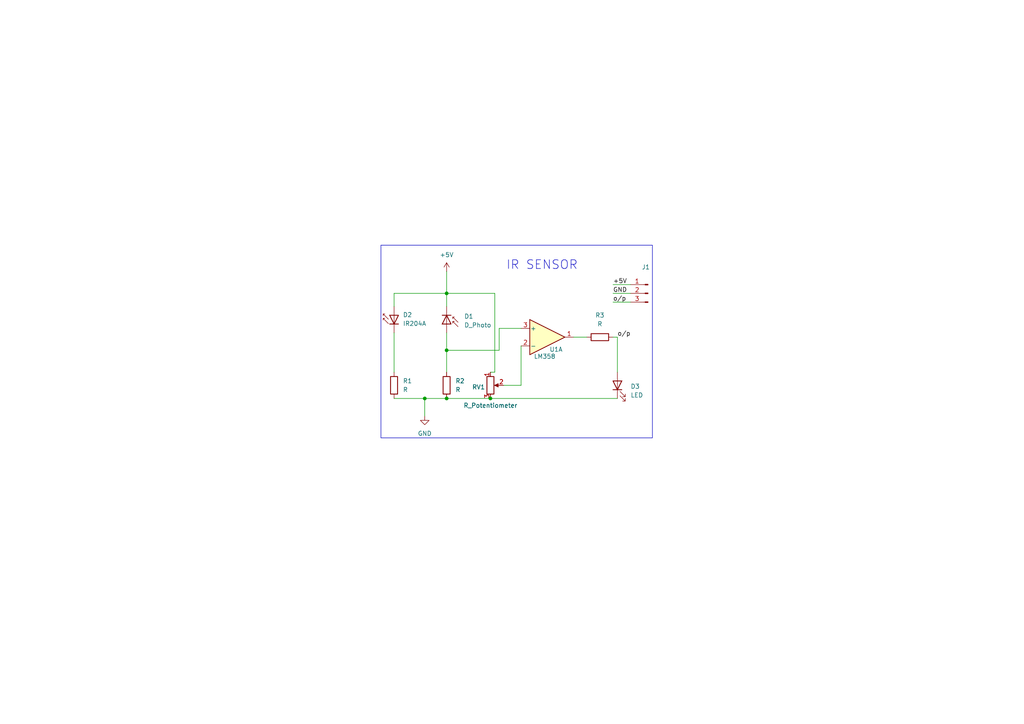
<source format=kicad_sch>
(kicad_sch (version 20231120) (generator "eeschema") (generator_version "8.0")
  (paper "A4")
  (lib_symbols
    (symbol "Amplifier_Operational:LM358" (pin_names (offset 0.127))
      (property "Reference" "U" (at 0 5.08 0))
      (property "Value" "LM358" (at 0 -5.08 0))
      (symbol "LM358_1_1"
        (polyline (pts (xy -5.08 5.08) (xy 5.08 0) (xy -5.08 -5.08) (xy -5.08 5.08)) (stroke (width 0.254)) (fill (type background)))
        (pin output line (at 7.62 0 180) (length 2.54) (name "~") (number "1"))
        (pin input line (at -7.62 -2.54 0) (length 2.54) (name "-") (number "2"))
        (pin input line (at -7.62 2.54 0) (length 2.54) (name "+") (number "3"))
      )
      (symbol "LM358_2_1"
        (polyline (pts (xy -5.08 5.08) (xy 5.08 0) (xy -5.08 -5.08) (xy -5.08 5.08)) (stroke (width 0.254)) (fill (type background)))
        (pin input line (at -7.62 2.54 0) (length 2.54) (name "+") (number "5"))
        (pin input line (at -7.62 -2.54 0) (length 2.54) (name "-") (number "6"))
        (pin output line (at 7.62 0 180) (length 2.54) (name "~") (number "7"))
      )
      (symbol "LM358_3_1"
        (pin power_in line (at -2.54 -7.62 90) (length 3.81) (name "V-") (number "4"))
        (pin power_in line (at -2.54 7.62 270) (length 3.81) (name "V+") (number "8"))
      )
    )
    (symbol "Connector:Conn_01x03_Pin" (pin_names (offset 1.016) hide)
      (property "Reference" "J" (at 0 5.08 0))
      (property "Value" "Conn_01x03_Pin" (at 0 -5.08 0))
      (symbol "Conn_01x03_Pin_1_1"
        (polyline (pts (xy 1.27 -2.54) (xy 0.8636 -2.54)) (stroke (width 0.1524)))
        (polyline (pts (xy 1.27 0) (xy 0.8636 0)) (stroke (width 0.1524)))
        (polyline (pts (xy 1.27 2.54) (xy 0.8636 2.54)) (stroke (width 0.1524)))
        (rectangle (start 0.8636 -2.413) (end 0 -2.667) (stroke (width 0.1524)) (fill (type outline)))
        (rectangle (start 0.8636 0.127) (end 0 -0.127) (stroke (width 0.1524)) (fill (type outline)))
        (rectangle (start 0.8636 2.667) (end 0 2.413) (stroke (width 0.1524)) (fill (type outline)))
        (pin passive line (at 5.08 2.54 180) (length 3.81) (name "Pin_1") (number "1"))
        (pin passive line (at 5.08 0 180) (length 3.81) (name "Pin_2") (number "2"))
        (pin passive line (at 5.08 -2.54 180) (length 3.81) (name "Pin_3") (number "3"))
      )
    )
    (symbol "Device:D_Photo" (pin_numbers hide) (pin_names hide)
      (property "Reference" "D" (at 0.508 1.778 0))
      (property "Value" "D_Photo" (at -1.016 -2.794 0))
      (symbol "D_Photo_0_1"
        (polyline (pts (xy -2.54 1.27) (xy -2.54 -1.27)) (stroke (width 0.254)))
        (polyline (pts (xy -2.032 1.778) (xy -1.524 1.778)))
        (polyline (pts (xy 0 0) (xy -2.54 0)))
        (polyline (pts (xy -0.508 3.302) (xy -2.032 1.778) (xy -2.032 2.286)))
        (polyline (pts (xy 0 -1.27) (xy 0 1.27) (xy -2.54 0) (xy 0 -1.27)) (stroke (width 0.254)))
        (polyline (pts (xy 0.762 3.302) (xy -0.762 1.778) (xy -0.762 2.286) (xy -0.762 1.778) (xy -0.254 1.778)))
      )
      (symbol "D_Photo_1_1"
        (pin passive line (at -5.08 0 0) (length 2.54) (name "K") (number "1"))
        (pin passive line (at 2.54 0 180) (length 2.54) (name "A") (number "2"))
      )
    )
    (symbol "Device:LED" (pin_numbers hide) (pin_names (offset 1.016) hide)
      (property "Reference" "D" (at 0 2.54 0))
      (property "Value" "LED" (at 0 -2.54 0))
      (symbol "LED_0_1"
        (polyline (pts (xy -1.27 -1.27) (xy -1.27 1.27)) (stroke (width 0.254)))
        (polyline (pts (xy -1.27 0) (xy 1.27 0)))
        (polyline (pts (xy 1.27 -1.27) (xy 1.27 1.27) (xy -1.27 0) (xy 1.27 -1.27)) (stroke (width 0.254)))
        (polyline (pts (xy -3.048 -0.762) (xy -4.572 -2.286) (xy -3.81 -2.286) (xy -4.572 -2.286) (xy -4.572 -1.524)))
        (polyline (pts (xy -1.778 -0.762) (xy -3.302 -2.286) (xy -2.54 -2.286) (xy -3.302 -2.286) (xy -3.302 -1.524)))
      )
      (symbol "LED_1_1"
        (pin passive line (at -3.81 0 0) (length 2.54) (name "K") (number "1"))
        (pin passive line (at 3.81 0 180) (length 2.54) (name "A") (number "2"))
      )
    )
    (symbol "Device:R" (pin_numbers hide) (pin_names (offset 0))
      (property "Reference" "R" (at 2.032 0 90))
      (property "Value" "R" (at 0 0 90))
      (symbol "R_0_1"
        (rectangle (start -1.016 -2.54) (end 1.016 2.54) (stroke (width 0.254)))
      )
      (symbol "R_1_1"
        (pin passive line (at 0 3.81 270) (length 1.27) (name "~") (number "1"))
        (pin passive line (at 0 -3.81 90) (length 1.27) (name "~") (number "2"))
      )
    )
    (symbol "Device:R_Potentiometer" (pin_names (offset 1.016) hide)
      (property "Reference" "RV" (at -4.445 0 90))
      (property "Value" "R_Potentiometer" (at -2.54 0 90))
      (symbol "R_Potentiometer_0_1"
        (polyline (pts (xy 2.54 0) (xy 1.524 0)))
        (polyline (pts (xy 1.143 0) (xy 2.286 0.508) (xy 2.286 -0.508) (xy 1.143 0)) (fill (type outline)))
        (rectangle (start 1.016 2.54) (end -1.016 -2.54) (stroke (width 0.254)))
      )
      (symbol "R_Potentiometer_1_1"
        (pin passive line (at 0 3.81 270) (length 1.27) (name "1") (number "1"))
        (pin passive line (at 3.81 0 180) (length 1.27) (name "2") (number "2"))
        (pin passive line (at 0 -3.81 90) (length 1.27) (name "3") (number "3"))
      )
    )
    (symbol "LED:IR204A" (pin_numbers hide) (pin_names (offset 1.016) hide)
      (property "Reference" "D" (at 0.508 1.778 0))
      (property "Value" "IR204A" (at -1.016 -2.794 0))
      (symbol "IR204A_0_1"
        (polyline (pts (xy -2.54 1.27) (xy -2.54 -1.27)) (stroke (width 0.254)))
        (polyline (pts (xy 0 0) (xy -2.54 0)))
        (polyline (pts (xy 0.381 3.175) (xy -0.127 3.175)))
        (polyline (pts (xy -1.143 1.651) (xy 0.381 3.175) (xy 0.381 2.667)))
        (polyline (pts (xy 0 1.27) (xy -2.54 0) (xy 0 -1.27) (xy 0 1.27)) (stroke (width 0.254)))
        (polyline (pts (xy -2.413 1.651) (xy -0.889 3.175) (xy -0.889 2.667) (xy -0.889 3.175) (xy -1.397 3.175)))
      )
      (symbol "IR204A_1_1"
        (pin passive line (at -5.08 0 0) (length 2.54) (name "K") (number "1"))
        (pin passive line (at 2.54 0 180) (length 2.54) (name "A") (number "2"))
      )
    )
    (symbol "power:+5V" (power) (pin_numbers hide) (pin_names (offset 0) hide)
      (property "Value" "+5V" (at 0 3.556 0))
      (symbol "+5V_0_1"
        (polyline (pts (xy -0.762 1.27) (xy 0 2.54)))
        (polyline (pts (xy 0 0) (xy 0 2.54)))
        (polyline (pts (xy 0 2.54) (xy 0.762 1.27)))
      )
      (symbol "+5V_1_1"
        (pin power_in line (at 0 0 90) (length 0) (name "~") (number "1"))
      )
    )
    (symbol "power:GND" (power) (pin_numbers hide) (pin_names (offset 0) hide)
      (property "Value" "GND" (at 0 -3.81 0))
      (symbol "GND_0_1"
        (polyline (pts (xy 0 0) (xy 0 -1.27) (xy 1.27 -1.27) (xy 0 -2.54) (xy -1.27 -1.27) (xy 0 -1.27)))
      )
      (symbol "GND_1_1"
        (pin power_in line (at 0 0 270) (length 0) (name "~") (number "1"))
      )
    )
  )
  (junction (at 142.24 115.57))
  (junction (at 123.19 115.57))
  (junction (at 129.54 115.57))
  (junction (at 129.54 85.09))
  (junction (at 129.54 101.6))
  (wire (pts (xy 114.3 85.09) (xy 129.54 85.09)))
  (wire (pts (xy 129.54 96.52) (xy 129.54 101.6)))
  (wire (pts (xy 151.13 95.25) (xy 144.78 95.25)))
  (wire (pts (xy 114.3 88.9) (xy 114.3 85.09)))
  (wire (pts (xy 129.54 85.09) (xy 129.54 88.9)))
  (wire (pts (xy 123.19 115.57) (xy 129.54 115.57)))
  (wire (pts (xy 177.8 82.55) (xy 182.88 82.55)))
  (wire (pts (xy 144.78 95.25) (xy 144.78 101.6)))
  (wire (pts (xy 166.37 97.79) (xy 170.18 97.79)))
  (wire (pts (xy 143.51 107.95) (xy 143.51 85.09)))
  (wire (pts (xy 114.3 115.57) (xy 123.19 115.57)))
  (wire (pts (xy 177.8 87.63) (xy 182.88 87.63)))
  (wire (pts (xy 151.13 100.33) (xy 151.13 111.76)))
  (wire (pts (xy 129.54 115.57) (xy 142.24 115.57)))
  (wire (pts (xy 151.13 111.76) (xy 146.05 111.76)))
  (wire (pts (xy 142.24 115.57) (xy 179.07 115.57)))
  (wire (pts (xy 177.8 85.09) (xy 182.88 85.09)))
  (wire (pts (xy 179.07 97.79) (xy 179.07 107.95)))
  (wire (pts (xy 144.78 101.6) (xy 129.54 101.6)))
  (wire (pts (xy 114.3 96.52) (xy 114.3 107.95)))
  (wire (pts (xy 129.54 101.6) (xy 129.54 107.95)))
  (wire (pts (xy 143.51 85.09) (xy 129.54 85.09)))
  (wire (pts (xy 129.54 78.74) (xy 129.54 85.09)))
  (wire (pts (xy 177.8 97.79) (xy 179.07 97.79)))
  (wire (pts (xy 123.19 115.57) (xy 123.19 120.65)))
  (wire (pts (xy 142.24 107.95) (xy 143.51 107.95)))
  (rectangle (start 110.49 71.12) (end 189.23 127))
  (text "IR SENSOR" (at 157.226 76.962 0) (effects (font (size 2.54 2.54))))
  (label "o{slash}p" (at 177.8 87.63 0))
  (label "+5V" (at 177.8 82.55 0))
  (label "GND" (at 177.8 85.09 0))
  (label "o{slash}p" (at 179.07 97.79 0))
  (symbol (lib_id "power:+5V") (at 129.54 78.74 0) (unit 1)
    (property "Reference" "#PWR01" (effects (hide yes)))
    (property "Value" "+5V" (at 127.508 73.914 0) (effects (justify left)))
    (property "Description" "Power symbol creates a global label with name \"+5V\"" (effects (hide yes)))
  )
  (symbol (lib_id "Device:R") (at 114.3 111.76 0) (unit 1)
    (property "Reference" "R1" (at 116.84 110.4899 0) (effects (justify left)))
    (property "Value" "R" (at 116.84 113.0299 0) (effects (justify left)))
    (property "Footprint" "Resistor_SMD:R_0805_2012Metric" (effects (hide yes)))
    (property "Description" "Resistor" (effects (hide yes)))
  )
  (symbol (lib_id "Device:D_Photo") (at 129.54 93.98 270) (unit 1)
    (property "Reference" "D1" (at 134.62 91.7574 90) (effects (justify left)))
    (property "Value" "D_Photo" (at 134.62 94.2974 90) (effects (justify left)))
    (property "Footprint" "LED_SMD:LED_1W_3W_R8" (effects (hide yes)))
    (property "Description" "Photodiode" (effects (hide yes)))
  )
  (symbol (lib_id "Amplifier_Operational:LM358") (at 158.75 97.79 0) (unit 1)
    (property "Reference" "U1" (at 161.29 101.346 0))
    (property "Value" "LM358" (at 157.988 103.378 0))
    (property "Footprint" "Package_SO:HSOP-8-1EP_3.9x4.9mm_P1.27mm_EP2.41x3.1mm_ThermalVias" (effects (hide yes)))
    (property "Datasheet" "http://www.ti.com/lit/ds/symlink/lm2904-n.pdf" (effects (hide yes)))
    (property "Description" "Low-Power, Dual Operational Amplifiers, DIP-8/SOIC-8/TO-99-8" (effects (hide yes)))
  )
  (symbol (lib_id "LED:IR204A") (at 114.3 91.44 90) (unit 1)
    (property "Reference" "D2" (at 116.84 91.3129 90) (effects (justify right)))
    (property "Value" "IR204A" (at 116.84 93.8529 90) (effects (justify right)))
    (property "Footprint" "LED_SMD:LED_1W_3W_R8" (effects (hide yes)))
    (property "Datasheet" "http://www.everlight.com/file/ProductFile/IR204-A.pdf" (effects (hide yes)))
    (property "Description" "Infrared LED , 3mm LED package" (effects (hide yes)))
  )
  (symbol (lib_id "power:GND") (at 123.19 120.65 0) (unit 1)
    (property "Reference" "#PWR02" (effects (hide yes)))
    (property "Value" "GND" (at 123.19 125.73 0))
    (property "Description" "Power symbol creates a global label with name \"GND\" , ground" (effects (hide yes)))
  )
  (symbol (lib_id "Device:R") (at 173.99 97.79 90) (unit 1)
    (property "Reference" "R3" (at 173.99 91.44 90))
    (property "Value" "R" (at 173.99 93.98 90))
    (property "Footprint" "Resistor_SMD:R_0805_2012Metric_Pad1.20x1.40mm_HandSolder" (effects (hide yes)))
    (property "Description" "Resistor" (effects (hide yes)))
  )
  (symbol (lib_id "Device:R_Potentiometer") (at 142.24 111.76 0) (unit 1)
    (property "Reference" "RV1" (at 140.716 112.268 0) (effects (justify right)))
    (property "Value" "R_Potentiometer" (at 150.114 117.602 0) (effects (justify right)))
    (property "Footprint" "Potentiometer_SMD:Potentiometer_ACP_CA6-VSMD_Vertical_Hole" (effects (hide yes)))
    (property "Description" "Potentiometer" (effects (hide yes)))
  )
  (symbol (lib_id "Connector:Conn_01x03_Pin") (at 187.96 85.09 0) (mirror y) (unit 1)
    (property "Reference" "J1" (at 187.325 77.47 0))
    (property "Value" "Conn_01x03_Pin" (effects (hide yes)))
    (property "Footprint" "Connector_PinHeader_2.54mm:PinHeader_1x03_P2.54mm_Vertical" (effects (hide yes)))
    (property "Description" "Generic connector, single row, 01x03, script generated" (effects (hide yes)))
  )
  (symbol (lib_id "Device:R") (at 129.54 111.76 0) (unit 1)
    (property "Reference" "R2" (at 132.08 110.4899 0) (effects (justify left)))
    (property "Value" "R" (at 132.08 113.0299 0) (effects (justify left)))
    (property "Footprint" "Resistor_SMD:R_0805_2012Metric_Pad1.20x1.40mm_HandSolder" (effects (hide yes)))
    (property "Description" "Resistor" (effects (hide yes)))
  )
  (symbol (lib_id "Device:LED") (at 179.07 111.76 90) (unit 1)
    (property "Reference" "D3" (at 182.88 112.0774 90) (effects (justify right)))
    (property "Value" "LED" (at 182.88 114.6174 90) (effects (justify right)))
    (property "Footprint" "LED_SMD:LED_1W_3W_R8" (effects (hide yes)))
    (property "Description" "Light emitting diode" (effects (hide yes)))
  )
)
</source>
